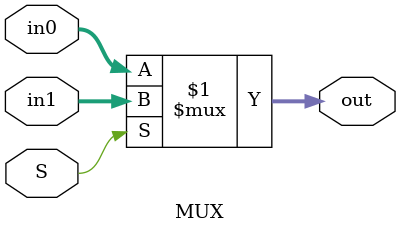
<source format=v>
module MUX(
    input [3:0]in0,
    input [3:0]in1,
    input S,
    output [3:0]out
    );

    assign out = S ? in1 : in0; 
endmodule
</source>
